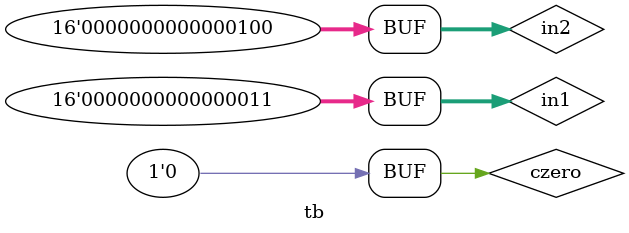
<source format=sv>
module cla_w#(parameter WIDTH = 4)(
    input logic [WIDTH-1:0] in1, in2,
    input logic czero,
    output logic [WIDTH-1:0] sum,
    output logic cout
);
logic [WIDTH-1:0] pr,gn;
logic [WIDTH-1:0] cin;

assign pr = in1 | in2;
assign gn = in1 & in2;
assign cin[0] = czero;

genvar i;
for(i=1;i<=WIDTH-1;i=i+1) begin 
    assign cin[i] = gn[i-1] | (pr[i-1] &cin[i-1]);
end

assign sum = in1 ^ in2 ^ cin;
assign cout = cin[WIDTH-1];

endmodule

module tb();
    parameter WIDTH = 16;
    logic [WIDTH-1:0] in1;
    logic [WIDTH-1:0] in2;
    logic czero;
    logic [WIDTH-1:0] sum;
    logic cout;
    cla_w#(WIDTH) dut(.in1(in1),.in2(in2),.sum(sum),.czero(czero),.cout(cout));
    initial begin 
        in1 = 3;
        in2 = 4;
        czero = 0;
        $monitor("[%0t] in1 = %d, in2 = %d, czero = %d, sum = %d, cout = %d ", $time, in1, in2, czero, sum, cout);
    end
endmodule
</source>
